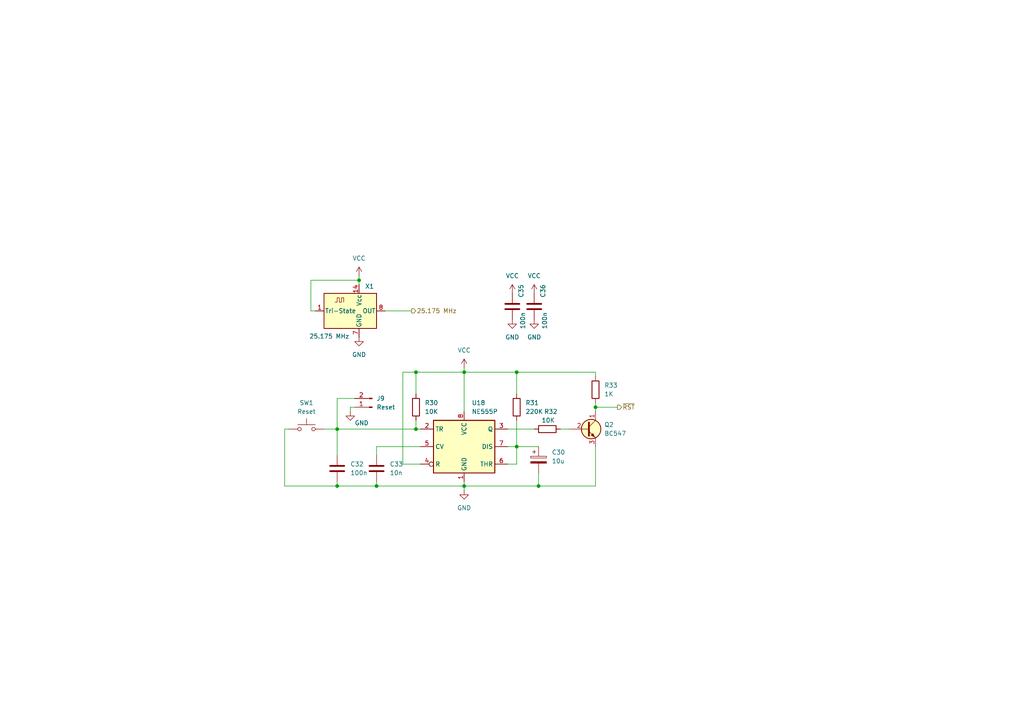
<source format=kicad_sch>
(kicad_sch (version 20250114) (generator "eeschema") (generator_version "9.0")
  (paper "A4")
  (title_block (title "Clock and reset") (date "2025-06-18") (rev "B") (company "A.K."))
  (lib_symbols
    (symbol "Connector:Conn_01x02_Pin" (pin_names (offset 1.016) (hide yes))
      (property "Reference" "J" (at 0 2.54 0))
      (property "Value" "Conn_01x02_Pin" (at 0 -5.08 0))
      (symbol "Conn_01x02_Pin_1_1"
        (rectangle (start 0.8636 0.127) (end 0 -0.127) (stroke (width 0.1524)) (fill (type outline)))
        (rectangle (start 0.8636 -2.413) (end 0 -2.667) (stroke (width 0.1524)) (fill (type outline)))
        (polyline (pts (xy 1.27 0) (xy 0.8636 0)) (stroke (width 0.1524)))
        (polyline (pts (xy 1.27 -2.54) (xy 0.8636 -2.54)) (stroke (width 0.1524)))
        (pin passive line (at 5.08 0 180) (length 3.81) (name "Pin_1") (number "1"))
        (pin passive line (at 5.08 -2.54 180) (length 3.81) (name "Pin_2") (number "2"))
      )
    )
    (symbol "Device:C" (pin_numbers (hide yes)) (pin_names (offset 0.254))
      (property "Reference" "C" (at 0.635 2.54 0))
      (property "Value" "C" (at 0.635 -2.54 0))
      (symbol "C_0_1"
        (polyline (pts (xy -2.032 0.762) (xy 2.032 0.762)) (stroke (width 0.508)))
        (polyline (pts (xy -2.032 -0.762) (xy 2.032 -0.762)) (stroke (width 0.508)))
      )
      (symbol "C_1_1"
        (pin passive line (at 0 3.81 270) (length 2.794) (name "~") (number "1"))
        (pin passive line (at 0 -3.81 90) (length 2.794) (name "~") (number "2"))
      )
    )
    (symbol "Device:C_Polarized" (pin_numbers (hide yes)) (pin_names (offset 0.254))
      (property "Reference" "C" (at 0.635 2.54 0))
      (property "Value" "C_Polarized" (at 0.635 -2.54 0))
      (symbol "C_Polarized_0_1"
        (rectangle (start -2.286 0.508) (end 2.286 1.016))
        (polyline (pts (xy -1.778 2.286) (xy -0.762 2.286)))
        (polyline (pts (xy -1.27 2.794) (xy -1.27 1.778)))
        (rectangle (start 2.286 -0.508) (end -2.286 -1.016) (fill (type outline)))
      )
      (symbol "C_Polarized_1_1"
        (pin passive line (at 0 3.81 270) (length 2.794) (name "~") (number "1"))
        (pin passive line (at 0 -3.81 90) (length 2.794) (name "~") (number "2"))
      )
    )
    (symbol "Device:R" (pin_numbers (hide yes)) (pin_names (offset 0))
      (property "Reference" "R" (at 2.032 0 90))
      (property "Value" "R" (at 0 0 90))
      (symbol "R_0_1"
        (rectangle (start -1.016 -2.54) (end 1.016 2.54) (stroke (width 0.254)))
      )
      (symbol "R_1_1"
        (pin passive line (at 0 3.81 270) (length 1.27) (name "~") (number "1"))
        (pin passive line (at 0 -3.81 90) (length 1.27) (name "~") (number "2"))
      )
    )
    (symbol "Oscillator:ACO-xxxMHz-A" (pin_names (offset 0.254))
      (property "Reference" "X" (at -5.08 6.35 0))
      (property "Value" "ACO-xxxMHz-A" (at 1.27 -6.35 0))
      (symbol "ACO-xxxMHz-A_0_1"
        (rectangle (start -10.16 5.08) (end 5.08 -5.08) (stroke (width 0.254)) (fill (type background)))
        (polyline (pts (xy -6.985 2.54) (xy -6.35 2.54) (xy -6.35 3.81) (xy -5.715 3.81) (xy -5.715 2.54) (xy -5.08 2.54) (xy -5.08 3.81) (xy -4.445 3.81) (xy -4.445 2.54)))
      )
      (symbol "ACO-xxxMHz-A_1_1"
        (pin input line (at -12.7 0 0) (length 2.54) (name "Tri-State") (number "1"))
        (pin power_in line (at 0 7.62 270) (length 2.54) (name "Vcc") (number "14"))
        (pin power_in line (at 0 -7.62 90) (length 2.54) (name "GND") (number "7"))
        (pin output line (at 7.62 0 180) (length 2.54) (name "OUT") (number "8"))
      )
    )
    (symbol "PCM_Transistor_BJT_AKL:BC547" (pin_names (hide yes))
      (property "Reference" "Q" (at 5.08 1.27 0))
      (property "Value" "BC547" (at 5.08 -1.27 0))
      (symbol "BC547_0_1"
        (polyline (pts (xy 0.635 1.905) (xy 0.635 -1.905) (xy 0.635 -1.905)) (stroke (width 0.508)))
        (polyline (pts (xy 0.635 0.635) (xy 2.54 2.54)))
        (polyline (pts (xy 0.635 -0.635) (xy 2.54 -2.54) (xy 2.54 -2.54)))
        (circle (center 1.27 0) (radius 2.8194) (stroke (width 0.254)) (fill (type background)))
        (polyline (pts (xy 1.27 -1.778) (xy 1.778 -1.27) (xy 2.286 -2.286) (xy 1.27 -1.778) (xy 1.27 -1.778)) (fill (type outline)))
      )
      (symbol "BC547_1_1"
        (pin input line (at -5.08 0 0) (length 5.715) (name "B") (number "2"))
        (pin passive line (at 2.54 5.08 270) (length 2.54) (name "C") (number "1"))
        (pin passive line (at 2.54 -5.08 90) (length 2.54) (name "E") (number "3"))
      )
    )
    (symbol "Switch:SW_Omron_B3FS" (pin_numbers (hide yes)) (pin_names (offset 1.016) (hide yes))
      (property "Reference" "SW" (at 1.27 2.54 0))
      (property "Value" "SW_Omron_B3FS" (at 0 -1.524 0))
      (symbol "SW_Omron_B3FS_0_1"
        (circle (center -2.032 0) (radius 0.508))
        (polyline (pts (xy 0 1.27) (xy 0 3.048)))
        (circle (center 2.032 0) (radius 0.508))
        (polyline (pts (xy 2.54 1.27) (xy -2.54 1.27)))
        (pin passive line (at -5.08 0 0) (length 2.54) (name "1") (number "1"))
        (pin passive line (at 5.08 0 180) (length 2.54) (name "2") (number "2"))
      )
    )
    (symbol "Timer:NE555P"
      (property "Reference" "U" (at -10.16 8.89 0))
      (property "Value" "NE555P" (at 2.54 8.89 0))
      (symbol "NE555P_0_0"
        (pin power_in line (at 0 10.16 270) (length 2.54) (name "VCC") (number "8"))
        (pin power_in line (at 0 -10.16 90) (length 2.54) (name "GND") (number "1"))
      )
      (symbol "NE555P_0_1"
        (rectangle (start -8.89 -7.62) (end 8.89 7.62) (stroke (width 0.254)) (fill (type background)))
        (rectangle (start -8.89 -7.62) (end 8.89 7.62) (stroke (width 0.254)) (fill (type background)))
      )
      (symbol "NE555P_1_1"
        (pin input line (at -12.7 5.08 0) (length 3.81) (name "TR") (number "2"))
        (pin input line (at -12.7 0 0) (length 3.81) (name "CV") (number "5"))
        (pin input inverted (at -12.7 -5.08 0) (length 3.81) (name "R") (number "4"))
        (pin output line (at 12.7 5.08 180) (length 3.81) (name "Q") (number "3"))
        (pin input line (at 12.7 0 180) (length 3.81) (name "DIS") (number "7"))
        (pin input line (at 12.7 -5.08 180) (length 3.81) (name "THR") (number "6"))
      )
    )
    (symbol "power:GND" (power) (pin_numbers (hide yes)) (pin_names (offset 0) (hide yes))
      (property "Value" "GND" (at 0 -3.81 0))
      (symbol "GND_0_1"
        (polyline (pts (xy 0 0) (xy 0 -1.27) (xy 1.27 -1.27) (xy 0 -2.54) (xy -1.27 -1.27) (xy 0 -1.27)))
      )
      (symbol "GND_1_1"
        (pin power_in line (at 0 0 270) (length 0) (name "~") (number "1"))
      )
    )
    (symbol "power:VCC" (power) (pin_numbers (hide yes)) (pin_names (offset 0) (hide yes))
      (property "Value" "VCC" (at 0 3.556 0))
      (symbol "VCC_0_1"
        (polyline (pts (xy -0.762 1.27) (xy 0 2.54)))
        (polyline (pts (xy 0 2.54) (xy 0.762 1.27)))
        (polyline (pts (xy 0 0) (xy 0 2.54)))
      )
      (symbol "VCC_1_1"
        (pin power_in line (at 0 0 90) (length 0) (name "~") (number "1"))
      )
    )
  )
  (junction (at 97.79 140.97))
  (junction (at 104.14 81.28))
  (junction (at 156.21 140.97))
  (junction (at 172.72 118.11))
  (junction (at 97.79 124.46))
  (junction (at 120.65 124.46))
  (junction (at 134.62 107.95))
  (junction (at 149.86 129.54))
  (junction (at 149.86 107.95))
  (junction (at 120.65 107.95))
  (junction (at 109.22 140.97))
  (junction (at 134.62 140.97))
  (wire (pts (xy 101.6 118.11) (xy 102.87 118.11)))
  (wire (pts (xy 82.55 140.97) (xy 97.79 140.97)))
  (wire (pts (xy 102.87 115.57) (xy 97.79 115.57)))
  (wire (pts (xy 134.62 107.95) (xy 149.86 107.95)))
  (wire (pts (xy 134.62 140.97) (xy 156.21 140.97)))
  (wire (pts (xy 116.84 134.62) (xy 121.92 134.62)))
  (wire (pts (xy 82.55 124.46) (xy 82.55 140.97)))
  (wire (pts (xy 134.62 140.97) (xy 109.22 140.97)))
  (wire (pts (xy 97.79 124.46) (xy 97.79 132.08)))
  (wire (pts (xy 149.86 107.95) (xy 172.72 107.95)))
  (wire (pts (xy 116.84 134.62) (xy 116.84 107.95)))
  (wire (pts (xy 120.65 107.95) (xy 120.65 114.3)))
  (wire (pts (xy 156.21 137.16) (xy 156.21 140.97)))
  (wire (pts (xy 147.32 129.54) (xy 149.86 129.54)))
  (wire (pts (xy 104.14 81.28) (xy 90.17 81.28)))
  (wire (pts (xy 134.62 107.95) (xy 134.62 119.38)))
  (wire (pts (xy 90.17 90.17) (xy 91.44 90.17)))
  (wire (pts (xy 83.82 124.46) (xy 82.55 124.46)))
  (wire (pts (xy 162.56 124.46) (xy 165.1 124.46)))
  (wire (pts (xy 109.22 140.97) (xy 109.22 139.7)))
  (wire (pts (xy 172.72 140.97) (xy 172.72 129.54)))
  (wire (pts (xy 97.79 140.97) (xy 97.79 139.7)))
  (wire (pts (xy 147.32 124.46) (xy 154.94 124.46)))
  (wire (pts (xy 121.92 124.46) (xy 120.65 124.46)))
  (wire (pts (xy 104.14 80.01) (xy 104.14 81.28)))
  (wire (pts (xy 172.72 118.11) (xy 172.72 119.38)))
  (wire (pts (xy 120.65 124.46) (xy 120.65 121.92)))
  (wire (pts (xy 149.86 107.95) (xy 149.86 114.3)))
  (wire (pts (xy 109.22 129.54) (xy 109.22 132.08)))
  (wire (pts (xy 134.62 106.68) (xy 134.62 107.95)))
  (wire (pts (xy 101.6 119.38) (xy 101.6 118.11)))
  (wire (pts (xy 172.72 107.95) (xy 172.72 109.22)))
  (wire (pts (xy 156.21 140.97) (xy 172.72 140.97)))
  (wire (pts (xy 111.76 90.17) (xy 119.38 90.17)))
  (wire (pts (xy 116.84 107.95) (xy 120.65 107.95)))
  (wire (pts (xy 120.65 124.46) (xy 97.79 124.46)))
  (wire (pts (xy 134.62 140.97) (xy 134.62 139.7)))
  (wire (pts (xy 149.86 129.54) (xy 149.86 121.92)))
  (wire (pts (xy 109.22 140.97) (xy 97.79 140.97)))
  (wire (pts (xy 104.14 81.28) (xy 104.14 82.55)))
  (wire (pts (xy 172.72 118.11) (xy 179.07 118.11)))
  (wire (pts (xy 90.17 81.28) (xy 90.17 90.17)))
  (wire (pts (xy 120.65 107.95) (xy 134.62 107.95)))
  (wire (pts (xy 149.86 129.54) (xy 156.21 129.54)))
  (wire (pts (xy 93.98 124.46) (xy 97.79 124.46)))
  (wire (pts (xy 147.32 134.62) (xy 149.86 134.62)))
  (wire (pts (xy 172.72 116.84) (xy 172.72 118.11)))
  (wire (pts (xy 134.62 142.24) (xy 134.62 140.97)))
  (wire (pts (xy 97.79 115.57) (xy 97.79 124.46)))
  (wire (pts (xy 121.92 129.54) (xy 109.22 129.54)))
  (wire (pts (xy 149.86 134.62) (xy 149.86 129.54)))
  (hierarchical_label "25.175 MHz" (shape output) (at 119.38 90.17 0))
  (hierarchical_label "~{RST}" (shape output) (at 179.07 118.11 0))
  (symbol (lib_id "power:VCC") (at 148.59 85.09 0) (unit 1)
    (property "Reference" "#PWR0109" (effects (hide yes)))
    (property "Value" "VCC" (at 148.59 80.01 0))
    (property "Description" "Power symbol creates a global label with name \"VCC\"" (effects (hide yes)))
  )
  (symbol (lib_id "Device:R") (at 149.86 118.11 0) (unit 1)
    (property "Reference" "R31" (at 152.4 116.8399 0) (effects (justify left)))
    (property "Value" "220K" (at 152.4 119.3799 0) (effects (justify left)))
    (property "Footprint" "Resistor_THT:R_Axial_DIN0207_L6.3mm_D2.5mm_P7.62mm_Horizontal" (effects (hide yes)))
    (property "Description" "Resistor" (effects (hide yes)))
  )
  (symbol (lib_id "power:GND") (at 154.94 92.71 0) (unit 1)
    (property "Reference" "#PWR0112" (effects (hide yes)))
    (property "Value" "GND" (at 154.94 97.79 0))
    (property "Description" "Power symbol creates a global label with name \"GND\" , ground" (effects (hide yes)))
  )
  (symbol (lib_id "power:VCC") (at 134.62 106.68 0) (unit 1)
    (property "Reference" "#PWR0105" (effects (hide yes)))
    (property "Value" "VCC" (at 134.62 101.6 0))
    (property "Description" "Power symbol creates a global label with name \"VCC\"" (effects (hide yes)))
  )
  (symbol (lib_id "power:VCC") (at 104.14 80.01 0) (unit 1)
    (property "Reference" "#PWR016" (effects (hide yes)))
    (property "Value" "VCC" (at 104.14 74.93 0))
    (property "Description" "Power symbol creates a global label with name \"VCC\"" (effects (hide yes)))
  )
  (symbol (lib_id "Timer:NE555P") (at 134.62 129.54 0) (unit 1)
    (property "Reference" "U18" (at 136.8141 116.84 0) (effects (justify left)))
    (property "Value" "NE555P" (at 136.8141 119.38 0) (effects (justify left)))
    (property "Footprint" "Package_DIP:DIP-8_W7.62mm" (effects (hide yes)))
    (property "Datasheet" "http://www.ti.com/lit/ds/symlink/ne555.pdf" (effects (hide yes)))
    (property "Description" "Precision Timers, 555 compatible,  PDIP-8" (effects (hide yes)))
  )
  (symbol (lib_id "Device:C") (at 97.79 135.89 0) (unit 1)
    (property "Reference" "C32" (at 101.6 134.6199 0) (effects (justify left)))
    (property "Value" "100n" (at 101.6 137.1599 0) (effects (justify left)))
    (property "Footprint" "Capacitor_THT:C_Disc_D5.0mm_W2.5mm_P2.50mm" (effects (hide yes)))
    (property "Description" "Unpolarized capacitor" (effects (hide yes)))
  )
  (symbol (lib_id "Device:C") (at 154.94 88.9 0) (unit 1)
    (property "Reference" "C36" (at 157.48 86.36 90) (effects (justify left)))
    (property "Value" "100n" (at 157.988 95.504 90) (effects (justify left)))
    (property "Footprint" "Capacitor_THT:C_Disc_D5.0mm_W2.5mm_P2.50mm" (effects (hide yes)))
    (property "Description" "Unpolarized capacitor" (effects (hide yes)))
  )
  (symbol (lib_id "Switch:SW_Omron_B3FS") (at 88.9 124.46 0) (unit 1)
    (property "Reference" "SW1" (at 88.9 116.84 0))
    (property "Value" "Reset" (at 88.9 119.38 0))
    (property "Footprint" "Button_Switch_THT:SW_TH_Tactile_Omron_B3F-10xx" (effects (hide yes)))
    (property "Datasheet" "https://omronfs.omron.com/en_US/ecb/products/pdf/en-b3fs.pdf" (effects (hide yes)))
    (property "Description" "Omron B3FS 6x6mm single pole normally-open tactile switch" (effects (hide yes)))
  )
  (symbol (lib_id "Oscillator:ACO-xxxMHz-A") (at 104.14 90.17 0) (unit 1)
    (property "Reference" "X1" (at 107.188 83.058 0))
    (property "Value" "25.175 MHz" (at 95.504 97.536 0))
    (property "Footprint" "Oscillator:Oscillator_DIP-14" (effects (hide yes)))
    (property "Datasheet" "http://www.conwin.com/datasheets/cx/cx030.pdf" (effects (hide yes)))
    (property "Description" "HCMOS Crystal Clock Oscillator, DIP14-style metal package" (effects (hide yes)))
  )
  (symbol (lib_id "PCM_Transistor_BJT_AKL:BC547") (at 170.18 124.46 0) (unit 1)
    (property "Reference" "Q2" (at 175.26 123.1899 0) (effects (justify left)))
    (property "Value" "BC547" (at 175.26 125.7299 0) (effects (justify left)))
    (property "Footprint" "Package_TO_SOT_THT:TO-92" (effects (hide yes)))
    (property "Datasheet" "https://www.tme.eu/Document/6c5d898a533a0762c2bc33eb26c283a8/BC546-550-DTE.pdf" (effects (hide yes)))
    (property "Description" "NPN TO-92 transistor, 45V, 100mA, 500mW, Complementary to BC557, Alternate KiCAD Library" (effects (hide yes)))
  )
  (symbol (lib_id "Device:C") (at 148.59 88.9 0) (unit 1)
    (property "Reference" "C35" (at 151.13 86.36 90) (effects (justify left)))
    (property "Value" "100n" (at 151.638 95.504 90) (effects (justify left)))
    (property "Footprint" "Capacitor_THT:C_Disc_D5.0mm_W2.5mm_P2.50mm" (effects (hide yes)))
    (property "Description" "Unpolarized capacitor" (effects (hide yes)))
  )
  (symbol (lib_id "power:GND") (at 104.14 97.79 0) (unit 1)
    (property "Reference" "#PWR017" (effects (hide yes)))
    (property "Value" "GND" (at 104.14 102.87 0))
    (property "Description" "Power symbol creates a global label with name \"GND\" , ground" (effects (hide yes)))
  )
  (symbol (lib_id "power:VCC") (at 154.94 85.09 0) (unit 1)
    (property "Reference" "#PWR0111" (effects (hide yes)))
    (property "Value" "VCC" (at 154.94 80.01 0))
    (property "Description" "Power symbol creates a global label with name \"VCC\"" (effects (hide yes)))
  )
  (symbol (lib_id "power:GND") (at 134.62 142.24 0) (unit 1)
    (property "Reference" "#PWR0106" (effects (hide yes)))
    (property "Value" "GND" (at 134.62 147.32 0))
    (property "Description" "Power symbol creates a global label with name \"GND\" , ground" (effects (hide yes)))
  )
  (symbol (lib_id "power:GND") (at 148.59 92.71 0) (unit 1)
    (property "Reference" "#PWR0110" (effects (hide yes)))
    (property "Value" "GND" (at 148.59 97.79 0))
    (property "Description" "Power symbol creates a global label with name \"GND\" , ground" (effects (hide yes)))
  )
  (symbol (lib_id "Device:R") (at 120.65 118.11 0) (unit 1)
    (property "Reference" "R30" (at 123.19 116.8399 0) (effects (justify left)))
    (property "Value" "10K" (at 123.19 119.3799 0) (effects (justify left)))
    (property "Footprint" "Resistor_THT:R_Axial_DIN0207_L6.3mm_D2.5mm_P7.62mm_Horizontal" (effects (hide yes)))
    (property "Description" "Resistor" (effects (hide yes)))
  )
  (symbol (lib_id "power:GND") (at 101.6 119.38 0) (unit 1)
    (property "Reference" "#PWR0192" (effects (hide yes)))
    (property "Value" "GND" (at 104.902 122.682 0))
    (property "Description" "Power symbol creates a global label with name \"GND\" , ground" (effects (hide yes)))
  )
  (symbol (lib_id "Device:C_Polarized") (at 156.21 133.35 0) (unit 1)
    (property "Reference" "C30" (at 160.02 131.1909 0) (effects (justify left)))
    (property "Value" "10u" (at 160.02 133.7309 0) (effects (justify left)))
    (property "Footprint" "Capacitor_THT:CP_Radial_D5.0mm_P2.50mm" (effects (hide yes)))
    (property "Description" "Polarized capacitor" (effects (hide yes)))
  )
  (symbol (lib_id "Device:R") (at 172.72 113.03 180) (unit 1)
    (property "Reference" "R33" (at 175.26 111.7599 0) (effects (justify right)))
    (property "Value" "1K" (at 175.26 114.2999 0) (effects (justify right)))
    (property "Footprint" "Resistor_THT:R_Axial_DIN0207_L6.3mm_D2.5mm_P7.62mm_Horizontal" (effects (hide yes)))
    (property "Description" "Resistor" (effects (hide yes)))
  )
  (symbol (lib_id "Device:R") (at 158.75 124.46 90) (unit 1)
    (property "Reference" "R32" (at 159.766 119.38 90))
    (property "Value" "10K" (at 159.004 121.92 90))
    (property "Footprint" "Resistor_THT:R_Axial_DIN0207_L6.3mm_D2.5mm_P7.62mm_Horizontal" (effects (hide yes)))
    (property "Description" "Resistor" (effects (hide yes)))
  )
  (symbol (lib_id "Device:C") (at 109.22 135.89 0) (unit 1)
    (property "Reference" "C33" (at 113.03 134.6199 0) (effects (justify left)))
    (property "Value" "10n" (at 113.03 137.1599 0) (effects (justify left)))
    (property "Footprint" "Capacitor_THT:C_Disc_D5.0mm_W2.5mm_P2.50mm" (effects (hide yes)))
    (property "Description" "Unpolarized capacitor" (effects (hide yes)))
  )
  (symbol (lib_id "Connector:Conn_01x02_Pin") (at 107.95 118.11 180) (unit 1)
    (property "Reference" "J9" (at 109.22 115.5699 0) (effects (justify right)))
    (property "Value" "Reset" (at 109.22 118.1099 0) (effects (justify right)))
    (property "Footprint" "Connector_PinHeader_2.54mm:PinHeader_1x02_P2.54mm_Vertical" (effects (hide yes)))
    (property "Description" "Generic connector, single row, 01x02, script generated" (effects (hide yes)))
  )
)
</source>
